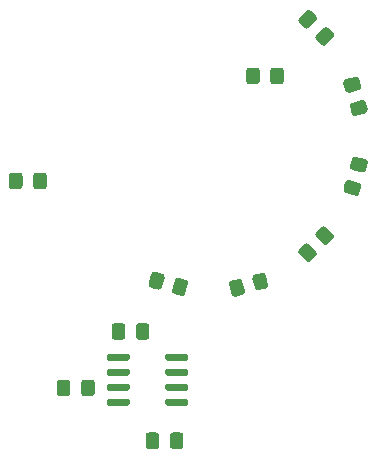
<source format=gbr>
G04 #@! TF.GenerationSoftware,KiCad,Pcbnew,5.1.6-c6e7f7d~86~ubuntu18.04.1*
G04 #@! TF.CreationDate,2020-06-20T10:33:53-04:00*
G04 #@! TF.ProjectId,oscillator_carrier_board,6f736369-6c6c-4617-946f-725f63617272,1*
G04 #@! TF.SameCoordinates,Original*
G04 #@! TF.FileFunction,Paste,Bot*
G04 #@! TF.FilePolarity,Positive*
%FSLAX46Y46*%
G04 Gerber Fmt 4.6, Leading zero omitted, Abs format (unit mm)*
G04 Created by KiCad (PCBNEW 5.1.6-c6e7f7d~86~ubuntu18.04.1) date 2020-06-20 10:33:53*
%MOMM*%
%LPD*%
G01*
G04 APERTURE LIST*
G04 APERTURE END LIST*
G36*
G01*
X122113400Y-87475200D02*
X122113400Y-87175200D01*
G75*
G02*
X122263400Y-87025200I150000J0D01*
G01*
X123913400Y-87025200D01*
G75*
G02*
X124063400Y-87175200I0J-150000D01*
G01*
X124063400Y-87475200D01*
G75*
G02*
X123913400Y-87625200I-150000J0D01*
G01*
X122263400Y-87625200D01*
G75*
G02*
X122113400Y-87475200I0J150000D01*
G01*
G37*
G36*
G01*
X122113400Y-86205200D02*
X122113400Y-85905200D01*
G75*
G02*
X122263400Y-85755200I150000J0D01*
G01*
X123913400Y-85755200D01*
G75*
G02*
X124063400Y-85905200I0J-150000D01*
G01*
X124063400Y-86205200D01*
G75*
G02*
X123913400Y-86355200I-150000J0D01*
G01*
X122263400Y-86355200D01*
G75*
G02*
X122113400Y-86205200I0J150000D01*
G01*
G37*
G36*
G01*
X122113400Y-84935200D02*
X122113400Y-84635200D01*
G75*
G02*
X122263400Y-84485200I150000J0D01*
G01*
X123913400Y-84485200D01*
G75*
G02*
X124063400Y-84635200I0J-150000D01*
G01*
X124063400Y-84935200D01*
G75*
G02*
X123913400Y-85085200I-150000J0D01*
G01*
X122263400Y-85085200D01*
G75*
G02*
X122113400Y-84935200I0J150000D01*
G01*
G37*
G36*
G01*
X122113400Y-83665200D02*
X122113400Y-83365200D01*
G75*
G02*
X122263400Y-83215200I150000J0D01*
G01*
X123913400Y-83215200D01*
G75*
G02*
X124063400Y-83365200I0J-150000D01*
G01*
X124063400Y-83665200D01*
G75*
G02*
X123913400Y-83815200I-150000J0D01*
G01*
X122263400Y-83815200D01*
G75*
G02*
X122113400Y-83665200I0J150000D01*
G01*
G37*
G36*
G01*
X117163400Y-83665200D02*
X117163400Y-83365200D01*
G75*
G02*
X117313400Y-83215200I150000J0D01*
G01*
X118963400Y-83215200D01*
G75*
G02*
X119113400Y-83365200I0J-150000D01*
G01*
X119113400Y-83665200D01*
G75*
G02*
X118963400Y-83815200I-150000J0D01*
G01*
X117313400Y-83815200D01*
G75*
G02*
X117163400Y-83665200I0J150000D01*
G01*
G37*
G36*
G01*
X117163400Y-84935200D02*
X117163400Y-84635200D01*
G75*
G02*
X117313400Y-84485200I150000J0D01*
G01*
X118963400Y-84485200D01*
G75*
G02*
X119113400Y-84635200I0J-150000D01*
G01*
X119113400Y-84935200D01*
G75*
G02*
X118963400Y-85085200I-150000J0D01*
G01*
X117313400Y-85085200D01*
G75*
G02*
X117163400Y-84935200I0J150000D01*
G01*
G37*
G36*
G01*
X117163400Y-86205200D02*
X117163400Y-85905200D01*
G75*
G02*
X117313400Y-85755200I150000J0D01*
G01*
X118963400Y-85755200D01*
G75*
G02*
X119113400Y-85905200I0J-150000D01*
G01*
X119113400Y-86205200D01*
G75*
G02*
X118963400Y-86355200I-150000J0D01*
G01*
X117313400Y-86355200D01*
G75*
G02*
X117163400Y-86205200I0J150000D01*
G01*
G37*
G36*
G01*
X117163400Y-87475200D02*
X117163400Y-87175200D01*
G75*
G02*
X117313400Y-87025200I150000J0D01*
G01*
X118963400Y-87025200D01*
G75*
G02*
X119113400Y-87175200I0J-150000D01*
G01*
X119113400Y-87475200D01*
G75*
G02*
X118963400Y-87625200I-150000J0D01*
G01*
X117313400Y-87625200D01*
G75*
G02*
X117163400Y-87475200I0J150000D01*
G01*
G37*
G36*
G01*
X118735800Y-80880799D02*
X118735800Y-81780801D01*
G75*
G02*
X118485801Y-82030800I-249999J0D01*
G01*
X117835799Y-82030800D01*
G75*
G02*
X117585800Y-81780801I0J249999D01*
G01*
X117585800Y-80880799D01*
G75*
G02*
X117835799Y-80630800I249999J0D01*
G01*
X118485801Y-80630800D01*
G75*
G02*
X118735800Y-80880799I0J-249999D01*
G01*
G37*
G36*
G01*
X120785800Y-80880799D02*
X120785800Y-81780801D01*
G75*
G02*
X120535801Y-82030800I-249999J0D01*
G01*
X119885799Y-82030800D01*
G75*
G02*
X119635800Y-81780801I0J249999D01*
G01*
X119635800Y-80880799D01*
G75*
G02*
X119885799Y-80630800I249999J0D01*
G01*
X120535801Y-80630800D01*
G75*
G02*
X120785800Y-80880799I0J-249999D01*
G01*
G37*
G36*
G01*
X121613400Y-90126399D02*
X121613400Y-91026401D01*
G75*
G02*
X121363401Y-91276400I-249999J0D01*
G01*
X120713399Y-91276400D01*
G75*
G02*
X120463400Y-91026401I0J249999D01*
G01*
X120463400Y-90126399D01*
G75*
G02*
X120713399Y-89876400I249999J0D01*
G01*
X121363401Y-89876400D01*
G75*
G02*
X121613400Y-90126399I0J-249999D01*
G01*
G37*
G36*
G01*
X123663400Y-90126399D02*
X123663400Y-91026401D01*
G75*
G02*
X123413401Y-91276400I-249999J0D01*
G01*
X122763399Y-91276400D01*
G75*
G02*
X122513400Y-91026401I0J249999D01*
G01*
X122513400Y-90126399D01*
G75*
G02*
X122763399Y-89876400I249999J0D01*
G01*
X123413401Y-89876400D01*
G75*
G02*
X123663400Y-90126399I0J-249999D01*
G01*
G37*
G36*
G01*
X114095000Y-85655999D02*
X114095000Y-86556001D01*
G75*
G02*
X113845001Y-86806000I-249999J0D01*
G01*
X113194999Y-86806000D01*
G75*
G02*
X112945000Y-86556001I0J249999D01*
G01*
X112945000Y-85655999D01*
G75*
G02*
X113194999Y-85406000I249999J0D01*
G01*
X113845001Y-85406000D01*
G75*
G02*
X114095000Y-85655999I0J-249999D01*
G01*
G37*
G36*
G01*
X116145000Y-85655999D02*
X116145000Y-86556001D01*
G75*
G02*
X115895001Y-86806000I-249999J0D01*
G01*
X115244999Y-86806000D01*
G75*
G02*
X114995000Y-86556001I0J249999D01*
G01*
X114995000Y-85655999D01*
G75*
G02*
X115244999Y-85406000I249999J0D01*
G01*
X115895001Y-85406000D01*
G75*
G02*
X116145000Y-85655999I0J-249999D01*
G01*
G37*
G36*
G01*
X134911215Y-56248812D02*
X135547612Y-55612415D01*
G75*
G02*
X135901164Y-55612415I176776J-176776D01*
G01*
X136360785Y-56072036D01*
G75*
G02*
X136360785Y-56425588I-176776J-176776D01*
G01*
X135724388Y-57061985D01*
G75*
G02*
X135370836Y-57061985I-176776J176776D01*
G01*
X134911215Y-56602364D01*
G75*
G02*
X134911215Y-56248812I176776J176776D01*
G01*
G37*
G36*
G01*
X133461647Y-54799244D02*
X134098044Y-54162847D01*
G75*
G02*
X134451596Y-54162847I176776J-176776D01*
G01*
X134911217Y-54622468D01*
G75*
G02*
X134911217Y-54976020I-176776J-176776D01*
G01*
X134274820Y-55612417D01*
G75*
G02*
X133921268Y-55612417I-176776J176776D01*
G01*
X133461647Y-55152796D01*
G75*
G02*
X133461647Y-54799244I176776J176776D01*
G01*
G37*
G36*
G01*
X137908601Y-61968335D02*
X138777936Y-61735398D01*
G75*
G02*
X139084121Y-61912173I64705J-241480D01*
G01*
X139252354Y-62540027D01*
G75*
G02*
X139075579Y-62846212I-241480J-64705D01*
G01*
X138206244Y-63079150D01*
G75*
G02*
X137900059Y-62902375I-64705J241480D01*
G01*
X137731826Y-62274521D01*
G75*
G02*
X137908601Y-61968336I241480J64705D01*
G01*
G37*
G36*
G01*
X137378021Y-59988187D02*
X138247356Y-59755250D01*
G75*
G02*
X138553541Y-59932025I64705J-241480D01*
G01*
X138721774Y-60559879D01*
G75*
G02*
X138544999Y-60866064I-241480J-64705D01*
G01*
X137675664Y-61099002D01*
G75*
G02*
X137369479Y-60922227I-64705J241480D01*
G01*
X137201246Y-60294373D01*
G75*
G02*
X137378021Y-59988188I241480J64705D01*
G01*
G37*
G36*
G01*
X137686953Y-68492324D02*
X138556289Y-68725262D01*
G75*
G02*
X138733064Y-69031447I-64705J-241480D01*
G01*
X138564831Y-69659301D01*
G75*
G02*
X138258646Y-69836076I-241480J64705D01*
G01*
X137389311Y-69603138D01*
G75*
G02*
X137212536Y-69296953I64705J241480D01*
G01*
X137380769Y-68669099D01*
G75*
G02*
X137686954Y-68492324I241480J-64705D01*
G01*
G37*
G36*
G01*
X138217533Y-66512176D02*
X139086869Y-66745114D01*
G75*
G02*
X139263644Y-67051299I-64705J-241480D01*
G01*
X139095411Y-67679153D01*
G75*
G02*
X138789226Y-67855928I-241480J64705D01*
G01*
X137919891Y-67622990D01*
G75*
G02*
X137743116Y-67316805I64705J241480D01*
G01*
X137911349Y-66688951D01*
G75*
G02*
X138217534Y-66512176I241480J-64705D01*
G01*
G37*
G36*
G01*
X134251188Y-73925815D02*
X134887585Y-74562212D01*
G75*
G02*
X134887585Y-74915764I-176776J-176776D01*
G01*
X134427964Y-75375385D01*
G75*
G02*
X134074412Y-75375385I-176776J176776D01*
G01*
X133438015Y-74738988D01*
G75*
G02*
X133438015Y-74385436I176776J176776D01*
G01*
X133897636Y-73925815D01*
G75*
G02*
X134251188Y-73925815I176776J-176776D01*
G01*
G37*
G36*
G01*
X135700756Y-72476247D02*
X136337153Y-73112644D01*
G75*
G02*
X136337153Y-73466196I-176776J-176776D01*
G01*
X135877532Y-73925817D01*
G75*
G02*
X135523980Y-73925817I-176776J176776D01*
G01*
X134887583Y-73289420D01*
G75*
G02*
X134887583Y-72935868I176776J176776D01*
G01*
X135347204Y-72476247D01*
G75*
G02*
X135700756Y-72476247I176776J-176776D01*
G01*
G37*
G36*
G01*
X128632739Y-77038911D02*
X128865676Y-77908246D01*
G75*
G02*
X128688901Y-78214431I-241480J-64705D01*
G01*
X128061047Y-78382664D01*
G75*
G02*
X127754862Y-78205889I-64705J241480D01*
G01*
X127521924Y-77336554D01*
G75*
G02*
X127698699Y-77030369I241480J64705D01*
G01*
X128326553Y-76862136D01*
G75*
G02*
X128632738Y-77038911I64705J-241480D01*
G01*
G37*
G36*
G01*
X130612887Y-76508331D02*
X130845824Y-77377666D01*
G75*
G02*
X130669049Y-77683851I-241480J-64705D01*
G01*
X130041195Y-77852084D01*
G75*
G02*
X129735010Y-77675309I-64705J241480D01*
G01*
X129502072Y-76805974D01*
G75*
G02*
X129678847Y-76499789I241480J64705D01*
G01*
X130306701Y-76331556D01*
G75*
G02*
X130612886Y-76508331I64705J-241480D01*
G01*
G37*
G36*
G01*
X122059528Y-76729773D02*
X121826590Y-77599109D01*
G75*
G02*
X121520405Y-77775884I-241480J64705D01*
G01*
X120892551Y-77607651D01*
G75*
G02*
X120715776Y-77301466I64705J241480D01*
G01*
X120948714Y-76432131D01*
G75*
G02*
X121254899Y-76255356I241480J-64705D01*
G01*
X121882753Y-76423589D01*
G75*
G02*
X122059528Y-76729774I-64705J-241480D01*
G01*
G37*
G36*
G01*
X124039676Y-77260353D02*
X123806738Y-78129689D01*
G75*
G02*
X123500553Y-78306464I-241480J64705D01*
G01*
X122872699Y-78138231D01*
G75*
G02*
X122695924Y-77832046I64705J241480D01*
G01*
X122928862Y-76962711D01*
G75*
G02*
X123235047Y-76785936I241480J-64705D01*
G01*
X123862901Y-76954169D01*
G75*
G02*
X124039676Y-77260354I-64705J-241480D01*
G01*
G37*
G36*
G01*
X110940000Y-69030001D02*
X110940000Y-68129999D01*
G75*
G02*
X111189999Y-67880000I249999J0D01*
G01*
X111840001Y-67880000D01*
G75*
G02*
X112090000Y-68129999I0J-249999D01*
G01*
X112090000Y-69030001D01*
G75*
G02*
X111840001Y-69280000I-249999J0D01*
G01*
X111189999Y-69280000D01*
G75*
G02*
X110940000Y-69030001I0J249999D01*
G01*
G37*
G36*
G01*
X108890000Y-69030001D02*
X108890000Y-68129999D01*
G75*
G02*
X109139999Y-67880000I249999J0D01*
G01*
X109790001Y-67880000D01*
G75*
G02*
X110040000Y-68129999I0J-249999D01*
G01*
X110040000Y-69030001D01*
G75*
G02*
X109790001Y-69280000I-249999J0D01*
G01*
X109139999Y-69280000D01*
G75*
G02*
X108890000Y-69030001I0J249999D01*
G01*
G37*
G36*
G01*
X131015000Y-60140001D02*
X131015000Y-59239999D01*
G75*
G02*
X131264999Y-58990000I249999J0D01*
G01*
X131915001Y-58990000D01*
G75*
G02*
X132165000Y-59239999I0J-249999D01*
G01*
X132165000Y-60140001D01*
G75*
G02*
X131915001Y-60390000I-249999J0D01*
G01*
X131264999Y-60390000D01*
G75*
G02*
X131015000Y-60140001I0J249999D01*
G01*
G37*
G36*
G01*
X128965000Y-60140001D02*
X128965000Y-59239999D01*
G75*
G02*
X129214999Y-58990000I249999J0D01*
G01*
X129865001Y-58990000D01*
G75*
G02*
X130115000Y-59239999I0J-249999D01*
G01*
X130115000Y-60140001D01*
G75*
G02*
X129865001Y-60390000I-249999J0D01*
G01*
X129214999Y-60390000D01*
G75*
G02*
X128965000Y-60140001I0J249999D01*
G01*
G37*
M02*

</source>
